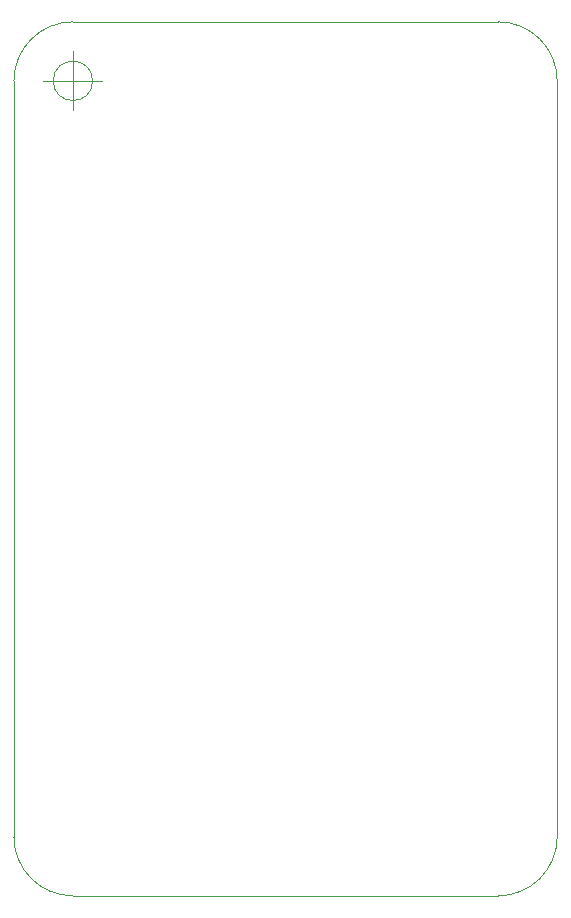
<source format=gbr>
%TF.GenerationSoftware,KiCad,Pcbnew,(5.1.8)-1*%
%TF.CreationDate,2021-01-03T14:31:24+10:00*%
%TF.ProjectId,OpenRetroPad,4f70656e-5265-4747-926f-5061642e6b69,rev?*%
%TF.SameCoordinates,Original*%
%TF.FileFunction,Profile,NP*%
%FSLAX46Y46*%
G04 Gerber Fmt 4.6, Leading zero omitted, Abs format (unit mm)*
G04 Created by KiCad (PCBNEW (5.1.8)-1) date 2021-01-03 14:31:24*
%MOMM*%
%LPD*%
G01*
G04 APERTURE LIST*
%TA.AperFunction,Profile*%
%ADD10C,0.050000*%
%TD*%
G04 APERTURE END LIST*
D10*
X113426666Y-62230000D02*
G75*
G03*
X113426666Y-62230000I-1666666J0D01*
G01*
X109260000Y-62230000D02*
X114260000Y-62230000D01*
X111760000Y-59730000D02*
X111760000Y-64730000D01*
X147760000Y-57230000D02*
G75*
G02*
X152760000Y-62230000I0J-5000000D01*
G01*
X106760000Y-62230000D02*
G75*
G02*
X111760000Y-57230000I5000000J0D01*
G01*
X111760000Y-131230000D02*
G75*
G02*
X106760000Y-126230000I0J5000000D01*
G01*
X152760000Y-126230000D02*
G75*
G02*
X147760000Y-131230000I-5000000J0D01*
G01*
X111760000Y-131230000D02*
X147760000Y-131230000D01*
X106760000Y-62230000D02*
X106760000Y-126230000D01*
X147760000Y-57230000D02*
X111760000Y-57230000D01*
X152760000Y-126230000D02*
X152760000Y-62230000D01*
M02*

</source>
